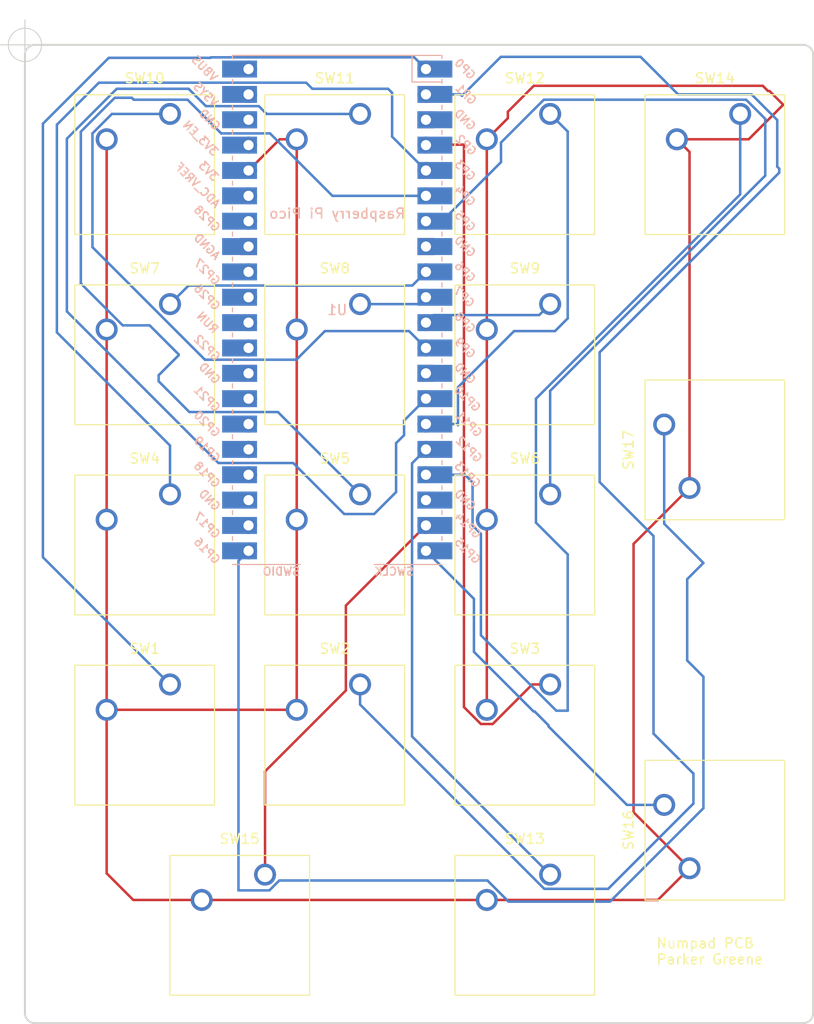
<source format=kicad_pcb>
(kicad_pcb (version 20211014) (generator pcbnew)
  (layers (0 "F.Cu" signal) (31 "B.Cu" signal) (34 "B.Paste" user) (35 "F.Paste" user) (36 "B.SilkS" user "B.Silkscreen") (37 "F.SilkS" user "F.Silkscreen") (38 "B.Mask" user) (39 "F.Mask" user) (44 "Edge.Cuts" user))
  (net 0 "")
  (net 1 "Net-(SW1-Pad1)")
  (net 2 "Net-(SW1-Pad2)")
  (net 3 "Net-(SW2-Pad2)")
  (net 4 "Net-(SW3-Pad2)")
  (net 5 "Net-(SW4-Pad2)")
  (net 6 "Net-(SW5-Pad2)")
  (net 7 "Net-(SW6-Pad2)")
  (net 8 "Net-(SW7-Pad2)")
  (net 9 "Net-(SW8-Pad2)")
  (net 10 "Net-(SW9-Pad2)")
  (net 11 "Net-(SW10-Pad2)")
  (net 12 "Net-(SW11-Pad2)")
  (net 13 "Net-(SW12-Pad2)")
  (net 14 "Net-(SW13-Pad2)")
  (net 15 "Net-(SW14-Pad2)")
  (net 16 "Net-(SW15-Pad2)")
  (net 17 "Net-(SW16-Pad2)")
  (net 18 "Net-(SW17-Pad2)")
  (footprint "CherryMX:CherryMX_1.00u" (layer "F.Cu") (at 109.2 139.1)
    (fp_text reference "SW13" (at 0 -8.6625) (layer "F.SilkS"))
    (fp_text value "CherryMX")
    (fp_line (start 7 7) (end -7 7) (layer "F.SilkS") (width 0.12))
    (fp_line (start -7 -7) (end -7 7) (layer "F.SilkS") (width 0.12))
    (fp_line (start -7 -7) (end 7 -7) (layer "F.SilkS") (width 0.12))
    (fp_line (start 7 -7) (end 7 7) (layer "F.SilkS") (width 0.12))
    (pad "" np_thru_hole circle locked (at 0 0) (size 4 4) (drill 4) (layers *.Cu *.Mask))
    (pad "1" thru_hole circle locked (at -3.81 -2.54) (size 2.2 2.2) (drill 1.5) (layers *.Cu *.Mask) (net 1 "Net-(SW1-Pad1)"))
    (pad "2" thru_hole circle locked (at 2.54 -5.08) (size 2.2 2.2) (drill 1.5) (layers *.Cu *.Mask) (net 14 "Net-(SW13-Pad2)"))
  )
  (footprint "CherryMX:CherryMX_2.00u" (layer "F.Cu") (at 128.25 91.475 90)
    (fp_text reference "SW17" (at 0 -8.6625 90) (layer "F.SilkS"))
    (fp_text value "CherryMX")
    (fp_line (start 7 7) (end -7 7) (layer "F.SilkS") (width 0.12))
    (fp_line (start 7 -7) (end 7 7) (layer "F.SilkS") (width 0.12))
    (fp_line (start -7 -7) (end 7 -7) (layer "F.SilkS") (width 0.12))
    (fp_line (start -7 -7) (end -7 7) (layer "F.SilkS") (width 0.12))
    (pad "" np_thru_hole circle locked (at 0 0 90) (size 4 4) (drill 4) (layers *.Cu *.Mask))
    (pad "1" thru_hole circle locked (at -3.81 -2.54 90) (size 2.2 2.2) (drill 1.5) (layers *.Cu *.Mask) (net 1 "Net-(SW1-Pad1)"))
    (pad "2" thru_hole circle locked (at 2.54 -5.08 90) (size 2.2 2.2) (drill 1.5) (layers *.Cu *.Mask) (net 18 "Net-(SW17-Pad2)"))
  )
  (footprint "CherryMX:CherryMX_1.00u" (layer "F.Cu") (at 90.15 62.9)
    (fp_text reference "SW11" (at 0 -8.6625) (layer "F.SilkS"))
    (fp_text value "CherryMX")
    (fp_line (start 7 7) (end -7 7) (layer "F.SilkS") (width 0.12))
    (fp_line (start 7 -7) (end 7 7) (layer "F.SilkS") (width 0.12))
    (fp_line (start -7 -7) (end 7 -7) (layer "F.SilkS") (width 0.12))
    (fp_line (start -7 -7) (end -7 7) (layer "F.SilkS") (width 0.12))
    (pad "" np_thru_hole circle locked (at 0 0) (size 4 4) (drill 4) (layers *.Cu *.Mask))
    (pad "1" thru_hole circle locked (at -3.81 -2.54) (size 2.2 2.2) (drill 1.5) (layers *.Cu *.Mask) (net 1 "Net-(SW1-Pad1)"))
    (pad "2" thru_hole circle locked (at 2.54 -5.08) (size 2.2 2.2) (drill 1.5) (layers *.Cu *.Mask) (net 12 "Net-(SW11-Pad2)"))
  )
  (footprint "CherryMX:CherryMX_1.00u" (layer "F.Cu") (at 90.15 101)
    (fp_text reference "SW5" (at 0 -8.6625) (layer "F.SilkS"))
    (fp_text value "CherryMX")
    (fp_line (start 7 7) (end -7 7) (layer "F.SilkS") (width 0.12))
    (fp_line (start -7 -7) (end -7 7) (layer "F.SilkS") (width 0.12))
    (fp_line (start 7 -7) (end 7 7) (layer "F.SilkS") (width 0.12))
    (fp_line (start -7 -7) (end 7 -7) (layer "F.SilkS") (width 0.12))
    (pad "" np_thru_hole circle locked (at 0 0) (size 4 4) (drill 4) (layers *.Cu *.Mask))
    (pad "1" thru_hole circle locked (at -3.81 -2.54) (size 2.2 2.2) (drill 1.5) (layers *.Cu *.Mask) (net 1 "Net-(SW1-Pad1)"))
    (pad "2" thru_hole circle locked (at 2.54 -5.08) (size 2.2 2.2) (drill 1.5) (layers *.Cu *.Mask) (net 6 "Net-(SW5-Pad2)"))
  )
  (footprint "CherryMX:CherryMX_1.00u" (layer "F.Cu") (at 109.2 101)
    (fp_text reference "SW6" (at 0 -8.6625) (layer "F.SilkS"))
    (fp_text value "CherryMX")
    (fp_line (start -7 -7) (end 7 -7) (layer "F.SilkS") (width 0.12))
    (fp_line (start 7 -7) (end 7 7) (layer "F.SilkS") (width 0.12))
    (fp_line (start -7 -7) (end -7 7) (layer "F.SilkS") (width 0.12))
    (fp_line (start 7 7) (end -7 7) (layer "F.SilkS") (width 0.12))
    (pad "" np_thru_hole circle locked (at 0 0) (size 4 4) (drill 4) (layers *.Cu *.Mask))
    (pad "1" thru_hole circle locked (at -3.81 -2.54) (size 2.2 2.2) (drill 1.5) (layers *.Cu *.Mask) (net 1 "Net-(SW1-Pad1)"))
    (pad "2" thru_hole circle locked (at 2.54 -5.08) (size 2.2 2.2) (drill 1.5) (layers *.Cu *.Mask) (net 7 "Net-(SW6-Pad2)"))
  )
  (footprint "CherryMX:CherryMX_1.00u" (layer "F.Cu") (at 71.1 120.05)
    (fp_text reference "SW1" (at 0 -8.6625) (layer "F.SilkS"))
    (fp_text value "CherryMX")
    (fp_line (start -7 -7) (end -7 7) (layer "F.SilkS") (width 0.12))
    (fp_line (start 7 7) (end -7 7) (layer "F.SilkS") (width 0.12))
    (fp_line (start -7 -7) (end 7 -7) (layer "F.SilkS") (width 0.12))
    (fp_line (start 7 -7) (end 7 7) (layer "F.SilkS") (width 0.12))
    (pad "" np_thru_hole circle locked (at 0 0) (size 4 4) (drill 4) (layers *.Cu *.Mask))
    (pad "1" thru_hole circle locked (at -3.81 -2.54) (size 2.2 2.2) (drill 1.5) (layers *.Cu *.Mask) (net 1 "Net-(SW1-Pad1)"))
    (pad "2" thru_hole circle locked (at 2.54 -5.08) (size 2.2 2.2) (drill 1.5) (layers *.Cu *.Mask) (net 2 "Net-(SW1-Pad2)"))
  )
  (footprint "CherryMX:CherryMX_2.00u" (layer "F.Cu") (at 80.625 139.1)
    (fp_text reference "SW15" (at 0 -8.6625) (layer "F.SilkS"))
    (fp_text value "CherryMX")
    (fp_line (start -7 -7) (end -7 7) (layer "F.SilkS") (width 0.12))
    (fp_line (start 7 7) (end -7 7) (layer "F.SilkS") (width 0.12))
    (fp_line (start -7 -7) (end 7 -7) (layer "F.SilkS") (width 0.12))
    (fp_line (start 7 -7) (end 7 7) (layer "F.SilkS") (width 0.12))
    (pad "" np_thru_hole circle locked (at 0 0) (size 4 4) (drill 4) (layers *.Cu *.Mask))
    (pad "1" thru_hole circle locked (at -3.81 -2.54) (size 2.2 2.2) (drill 1.5) (layers *.Cu *.Mask) (net 1 "Net-(SW1-Pad1)"))
    (pad "2" thru_hole circle locked (at 2.54 -5.08) (size 2.2 2.2) (drill 1.5) (layers *.Cu *.Mask) (net 16 "Net-(SW15-Pad2)"))
  )
  (footprint "CherryMX:CherryMX_1.00u" (layer "F.Cu") (at 109.2 81.95)
    (fp_text reference "SW9" (at 0 -8.6625) (layer "F.SilkS"))
    (fp_text value "CherryMX")
    (fp_line (start -7 -7) (end -7 7) (layer "F.SilkS") (width 0.12))
    (fp_line (start -7 -7) (end 7 -7) (layer "F.SilkS") (width 0.12))
    (fp_line (start 7 -7) (end 7 7) (layer "F.SilkS") (width 0.12))
    (fp_line (start 7 7) (end -7 7) (layer "F.SilkS") (width 0.12))
    (pad "" np_thru_hole circle locked (at 0 0) (size 4 4) (drill 4) (layers *.Cu *.Mask))
    (pad "1" thru_hole circle locked (at -3.81 -2.54) (size 2.2 2.2) (drill 1.5) (layers *.Cu *.Mask) (net 1 "Net-(SW1-Pad1)"))
    (pad "2" thru_hole circle locked (at 2.54 -5.08) (size 2.2 2.2) (drill 1.5) (layers *.Cu *.Mask) (net 10 "Net-(SW9-Pad2)"))
  )
  (footprint "CherryMX:CherryMX_2.00u" (layer "F.Cu") (at 128.25 129.575 90)
    (fp_text reference "SW16" (at 0 -8.6625 90) (layer "F.SilkS"))
    (fp_text value "CherryMX")
    (fp_line (start 7 -7) (end 7 7) (layer "F.SilkS") (width 0.12))
    (fp_line (start -7 -7) (end 7 -7) (layer "F.SilkS") (width 0.12))
    (fp_line (start 7 7) (end -7 7) (layer "F.SilkS") (width 0.12))
    (fp_line (start -7 -7) (end -7 7) (layer "F.SilkS") (width 0.12))
    (pad "" np_thru_hole circle locked (at 0 0 90) (size 4 4) (drill 4) (layers *.Cu *.Mask))
    (pad "1" thru_hole circle locked (at -3.81 -2.54 90) (size 2.2 2.2) (drill 1.5) (layers *.Cu *.Mask) (net 1 "Net-(SW1-Pad1)"))
    (pad "2" thru_hole circle locked (at 2.54 -5.08 90) (size 2.2 2.2) (drill 1.5) (layers *.Cu *.Mask) (net 17 "Net-(SW16-Pad2)"))
  )
  (footprint "CherryMX:CherryMX_1.00u" (layer "F.Cu") (at 71.1 62.9)
    (fp_text reference "SW10" (at 0 -8.6625) (layer "F.SilkS"))
    (fp_text value "CherryMX")
    (fp_line (start 7 -7) (end 7 7) (layer "F.SilkS") (width 0.12))
    (fp_line (start -7 -7) (end -7 7) (layer "F.SilkS") (width 0.12))
    (fp_line (start -7 -7) (end 7 -7) (layer "F.SilkS") (width 0.12))
    (fp_line (start 7 7) (end -7 7) (layer "F.SilkS") (width 0.12))
    (pad "" np_thru_hole circle locked (at 0 0) (size 4 4) (drill 4) (layers *.Cu *.Mask))
    (pad "1" thru_hole circle locked (at -3.81 -2.54) (size 2.2 2.2) (drill 1.5) (layers *.Cu *.Mask) (net 1 "Net-(SW1-Pad1)"))
    (pad "2" thru_hole circle locked (at 2.54 -5.08) (size 2.2 2.2) (drill 1.5) (layers *.Cu *.Mask) (net 11 "Net-(SW10-Pad2)"))
  )
  (footprint "CherryMX:CherryMX_1.00u" (layer "F.Cu") (at 128.25 62.9)
    (fp_text reference "SW14" (at 0 -8.6625) (layer "F.SilkS"))
    (fp_text value "CherryMX")
    (fp_line (start -7 -7) (end -7 7) (layer "F.SilkS") (width 0.12))
    (fp_line (start -7 -7) (end 7 -7) (layer "F.SilkS") (width 0.12))
    (fp_line (start 7 7) (end -7 7) (layer "F.SilkS") (width 0.12))
    (fp_line (start 7 -7) (end 7 7) (layer "F.SilkS") (width 0.12))
    (pad "" np_thru_hole circle locked (at 0 0) (size 4 4) (drill 4) (layers *.Cu *.Mask))
    (pad "1" thru_hole circle locked (at -3.81 -2.54) (size 2.2 2.2) (drill 1.5) (layers *.Cu *.Mask) (net 1 "Net-(SW1-Pad1)"))
    (pad "2" thru_hole circle locked (at 2.54 -5.08) (size 2.2 2.2) (drill 1.5) (layers *.Cu *.Mask) (net 15 "Net-(SW14-Pad2)"))
  )
  (footprint "CherryMX:CherryMX_1.00u" (layer "F.Cu") (at 90.15 81.95)
    (fp_text reference "SW8" (at 0 -8.6625) (layer "F.SilkS"))
    (fp_text value "CherryMX")
    (fp_line (start -7 -7) (end 7 -7) (layer "F.SilkS") (width 0.12))
    (fp_line (start -7 -7) (end -7 7) (layer "F.SilkS") (width 0.12))
    (fp_line (start 7 7) (end -7 7) (layer "F.SilkS") (width 0.12))
    (fp_line (start 7 -7) (end 7 7) (layer "F.SilkS") (width 0.12))
    (pad "" np_thru_hole circle locked (at 0 0) (size 4 4) (drill 4) (layers *.Cu *.Mask))
    (pad "1" thru_hole circle locked (at -3.81 -2.54) (size 2.2 2.2) (drill 1.5) (layers *.Cu *.Mask) (net 1 "Net-(SW1-Pad1)"))
    (pad "2" thru_hole circle locked (at 2.54 -5.08) (size 2.2 2.2) (drill 1.5) (layers *.Cu *.Mask) (net 9 "Net-(SW8-Pad2)"))
  )
  (footprint "MountingHole:MountingHole_2.5mm" (layer "F.Cu") (at 129.1 78.9)
    (fp_text reference "REF**" hide)
    (fp_text value "MountingHole_2.5mm")
    (pad "" np_thru_hole circle (at 0 0) (size 2.5 2.5) (drill 2.5) (layers F&B.Cu *.Mask))
  )
  (footprint "CherryMX:CherryMX_1.00u" (layer "F.Cu") (at 109.2 62.9)
    (fp_text reference "SW12" (at 0 -8.6625) (layer "F.SilkS"))
    (fp_text value "CherryMX")
    (fp_line (start -7 -7) (end -7 7) (layer "F.SilkS") (width 0.12))
    (fp_line (start 7 -7) (end 7 7) (layer "F.SilkS") (width 0.12))
    (fp_line (start -7 -7) (end 7 -7) (layer "F.SilkS") (width 0.12))
    (fp_line (start 7 7) (end -7 7) (layer "F.SilkS") (width 0.12))
    (pad "" np_thru_hole circle locked (at 0 0) (size 4 4) (drill 4) (layers *.Cu *.Mask))
    (pad "1" thru_hole circle locked (at -3.81 -2.54) (size 2.2 2.2) (drill 1.5) (layers *.Cu *.Mask) (net 1 "Net-(SW1-Pad1)"))
    (pad "2" thru_hole circle locked (at 2.54 -5.08) (size 2.2 2.2) (drill 1.5) (layers *.Cu *.Mask) (net 13 "Net-(SW12-Pad2)"))
  )
  (footprint "CherryMX:CherryMX_1.00u" (layer "F.Cu") (at 71.1 101)
    (fp_text reference "SW4" (at 0 -8.6625) (layer "F.SilkS"))
    (fp_text value "CherryMX")
    (fp_line (start 7 -7) (end 7 7) (layer "F.SilkS") (width 0.12))
    (fp_line (start 7 7) (end -7 7) (layer "F.SilkS") (width 0.12))
    (fp_line (start -7 -7) (end -7 7) (layer "F.SilkS") (width 0.12))
    (fp_line (start -7 -7) (end 7 -7) (layer "F.SilkS") (width 0.12))
    (pad "" np_thru_hole circle locked (at 0 0) (size 4 4) (drill 4) (layers *.Cu *.Mask))
    (pad "1" thru_hole circle locked (at -3.81 -2.54) (size 2.2 2.2) (drill 1.5) (layers *.Cu *.Mask) (net 1 "Net-(SW1-Pad1)"))
    (pad "2" thru_hole circle locked (at 2.54 -5.08) (size 2.2 2.2) (drill 1.5) (layers *.Cu *.Mask) (net 5 "Net-(SW4-Pad2)"))
  )
  (footprint "CherryMX:CherryMX_1.00u" (layer "F.Cu") (at 109.2 120.05)
    (fp_text reference "SW3" (at 0 -8.6625) (layer "F.SilkS"))
    (fp_text value "CherryMX")
    (fp_line (start -7 -7) (end -7 7) (layer "F.SilkS") (width 0.12))
    (fp_line (start 7 7) (end -7 7) (layer "F.SilkS") (width 0.12))
    (fp_line (start 7 -7) (end 7 7) (layer "F.SilkS") (width 0.12))
    (fp_line (start -7 -7) (end 7 -7) (layer "F.SilkS") (width 0.12))
    (pad "" np_thru_hole circle locked (at 0 0) (size 4 4) (drill 4) (layers *.Cu *.Mask))
    (pad "1" thru_hole circle locked (at -3.81 -2.54) (size 2.2 2.2) (drill 1.5) (layers *.Cu *.Mask) (net 1 "Net-(SW1-Pad1)"))
    (pad "2" thru_hole circle locked (at 2.54 -5.08) (size 2.2 2.2) (drill 1.5) (layers *.Cu *.Mask) (net 4 "Net-(SW3-Pad2)"))
  )
  (footprint "MountingHole:MountingHole_2.5mm" (layer "F.Cu") (at 67.1 139.9)
    (fp_text reference "REF**" hide)
    (fp_text value "MountingHole_2.5mm")
    (pad "" np_thru_hole circle (at 0 0) (size 2.5 2.5) (drill 2.5) (layers *.Cu *.Mask))
  )
  (footprint "MountingHole:MountingHole_2.5mm" (layer "F.Cu") (at 129.1 109.9)
    (fp_text reference "REF**" hide)
    (fp_text value "MountingHole_2.5mm")
    (pad "" np_thru_hole circle (at 0 0) (size 2.5 2.5) (drill 2.5) (layers *.Cu *.Mask))
  )
  (footprint "CherryMX:CherryMX_1.00u" (layer "F.Cu") (at 90.15 120.05)
    (fp_text reference "SW2" (at 0 -8.6625) (layer "F.SilkS"))
    (fp_text value "CherryMX")
    (fp_line (start 7 -7) (end 7 7) (layer "F.SilkS") (width 0.12))
    (fp_line (start 7 7) (end -7 7) (layer "F.SilkS") (width 0.12))
    (fp_line (start -7 -7) (end 7 -7) (layer "F.SilkS") (width 0.12))
    (fp_line (start -7 -7) (end -7 7) (layer "F.SilkS") (width 0.12))
    (pad "" np_thru_hole circle locked (at 0 0) (size 4 4) (drill 4) (layers *.Cu *.Mask))
    (pad "1" thru_hole circle locked (at -3.81 -2.54) (size 2.2 2.2) (drill 1.5) (layers *.Cu *.Mask) (net 1 "Net-(SW1-Pad1)"))
    (pad "2" thru_hole circle locked (at 2.54 -5.08) (size 2.2 2.2) (drill 1.5) (layers *.Cu *.Mask) (net 3 "Net-(SW2-Pad2)"))
  )
  (footprint "CherryMX:CherryMX_1.00u" (layer "F.Cu") (at 71.1 81.95)
    (fp_text reference "SW7" (at 0 -8.6625) (layer "F.SilkS"))
    (fp_text value "CherryMX")
    (fp_line (start 7 7) (end -7 7) (layer "F.SilkS") (width 0.12))
    (fp_line (start -7 -7) (end -7 7) (layer "F.SilkS") (width 0.12))
    (fp_line (start 7 -7) (end 7 7) (layer "F.SilkS") (width 0.12))
    (fp_line (start -7 -7) (end 7 -7) (layer "F.SilkS") (width 0.12))
    (pad "" np_thru_hole circle locked (at 0 0) (size 4 4) (drill 4) (layers *.Cu *.Mask))
    (pad "1" thru_hole circle locked (at -3.81 -2.54) (size 2.2 2.2) (drill 1.5) (layers *.Cu *.Mask) (net 1 "Net-(SW1-Pad1)"))
    (pad "2" thru_hole circle locked (at 2.54 -5.08) (size 2.2 2.2) (drill 1.5) (layers *.Cu *.Mask) (net 8 "Net-(SW7-Pad2)"))
  )
  (footprint "MCU_RaspberryPi_and_Boards:RPi_Pico_SMD_TH" (layer "B.Cu") (at 90.4 77.455 180)
    (fp_text reference "U1" (at 0 0) (layer "B.SilkS") (effects (justify mirror)))
    (fp_text value "Pico")
    (fp_text user "RUN" (at 13 -1.27 135) (layer "B.SilkS") (effects (font (size 0.8 0.8)) (justify mirror)))
    (fp_text user "GP9" (at -12.8 -3.81 135) (layer "B.SilkS") (effects (font (size 0.8 0.8)) (justify mirror)))
    (fp_text user "GP2" (at -12.9 16.51 135) (layer "B.SilkS") (effects (font (size 0.8 0.8)) (justify mirror)))
    (fp_text user "GP21" (at 13.054 -8.9 135) (layer "B.SilkS") (effects (font (size 0.8 0.8)) (justify mirror)))
    (fp_text user "GP1" (at -12.9 21.6 135) (layer "B.SilkS") (effects (font (size 0.8 0.8)) (justify mirror)))
    (fp_text user "GND" (at -12.8 -6.35 135) (layer "B.SilkS") (effects (font (size 0.8 0.8)) (justify mirror)))
    (fp_text user "GP16" (at 13.054 -24.13 135) (layer "B.SilkS") (effects (font (size 0.8 0.8)) (justify mirror)))
    (fp_text user "GP19" (at 13.054 -13.97 135) (layer "B.SilkS") (effects (font (size 0.8 0.8)) (justify mirror)))
    (fp_text user "GND" (at 12.8 -19.05 135) (layer "B.SilkS") (effects (font (size 0.8 0.8)) (justify mirror)))
    (fp_text user "GP0" (at -12.8 24.13 135) (layer "B.SilkS") (effects (font (size 0.8 0.8)) (justify mirror)))
    (fp_text user "GND" (at 12.8 19.05 135) (layer "B.SilkS") (effects (font (size 0.8 0.8)) (justify mirror)))
    (fp_text user "GP27" (at 13.054 3.8 135) (layer "B.SilkS") (effects (font (size 0.8 0.8)) (justify mirror)))
    (fp_text user "GP18" (at 13.054 -16.51 135) (layer "B.SilkS") (effects (font (size 0.8 0.8)) (justify mirror)))
    (fp_text user "VBUS" (at 13.3 24.2 135) (layer "B.SilkS") (effects (font (size 0.8 0.8)) (justify mirror)))
    (fp_text user "GP22" (at 13.054 -3.81 135) (layer "B.SilkS") (effects (font (size 0.8 0.8)) (justify mirror)))
    (fp_text user "GP7" (at -12.7 1.3 135) (layer "B.SilkS") (effects (font (size 0.8 0.8)) (justify mirror)))
    (fp_text user "GP3" (at -12.8 13.97 135) (layer "B.SilkS") (effects (font (size 0.8 0.8)) (justify mirror)))
    (fp_text user "GND" (at -12.8 -19.05 135) (layer "B.SilkS") (effects (font (size 0.8 0.8)) (justify mirror)))
    (fp_text user "GP12" (at -13.2 -13.97 135) (layer "B.SilkS") (effects (font (size 0.8 0.8)) (justify mirror)))
    (fp_text user "GP11" (at -13.2 -11.43 135) (layer "B.SilkS") (effects (font (size 0.8 0.8)) (justify mirror)))
    (fp_text user "GP28" (at 13.054 9.144 135) (layer "B.SilkS") (effects (font (size 0.8 0.8)) (justify mirror)))
    (fp_text user "GP13" (at -13.054 -16.51 135) (layer "B.SilkS") (effects (font (size 0.8 0.8)) (justify mirror)))
    (fp_text user "GP15" (at -13.054 -24.13 135) (layer "B.SilkS") (effects (font (size 0.8 0.8)) (justify mirror)))
    (fp_text user "VSYS" (at 13.2 21.59 135) (layer "B.SilkS") (effects (font (size 0.8 0.8)) (justify mirror)))
    (fp_text user "GP17" (at 13.054 -21.59 135) (layer "B.SilkS") (effects (font (size 0.8 0.8)) (justify mirror)))
    (fp_text user "GND" (at 12.8 -6.35 135) (layer "B.SilkS") (effects (font (size 0.8 0.8)) (justify mirror)))
    (fp_text user "GP26" (at 13.054 1.27 135) (layer "B.SilkS") (effects (font (size 0.8 0.8)) (justify mirror)))
    (fp_text user "GP8" (at -12.8 -1.27 135) (layer "B.SilkS") (effects (font (size 0.8 0.8)) (justify mirror)))
    (fp_text user "GND" (at -12.8 19.05 135) (layer "B.SilkS") (effects (font (size 0.8 0.8)) (justify mirror)))
    (fp_text user "3V3" (at 12.9 13.9 135) (layer "B.SilkS") (effects (font (size 0.8 0.8)) (justify mirror)))
    (fp_text user "AGND" (at 13.054 6.35 135) (layer "B.SilkS") (effects (font (size 0.8 0.8)) (justify mirror)))
    (fp_text user "SWDIO" (at 5.6 -26.2) (layer "B.SilkS") (effects (font (size 0.8 0.8)) (justify mirror)))
    (fp_text user "GP14" (at -13.1 -21.59 135) (layer "B.SilkS") (effects (font (size 0.8 0.8)) (justify mirror)))
    (fp_text user "GND" (at -12.8 6.35 135) (layer "B.SilkS") (effects (font (size 0.8 0.8)) (justify mirror)))
    (fp_text user "GP6" (at -12.8 3.81 135) (layer "B.SilkS") (effects (font (size 0.8 0.8)) (justify mirror)))
    (fp_text user "GP20" (at 13.054 -11.43 135) (layer "B.SilkS") (effects (font (size 0.8 0.8)) (justify mirror)))
    (fp_text user "3V3_EN" (at 13.7 17.2 135) (layer "B.SilkS") (effects (font (size 0.8 0.8)) (justify mirror)))
    (fp_text user "SWCLK" (at -5.7 -26.2) (layer "B.SilkS") (effects (font (size 0.8 0.8)) (justify mirror)))
    (fp_text user "GP5" (at -12.8 8.89 135) (layer "B.SilkS") (effects (font (size 0.8 0.8)) (justify mirror)))
    (fp_text user "GP10" (at -13.054 -8.89 135) (layer "B.SilkS") (effects (font (size 0.8 0.8)) (justify mirror)))
    (fp_text user "GP4" (at -12.8 11.43 135) (layer "B.SilkS") (effects (font (size 0.8 0.8)) (justify mirror)))
    (fp_text user "ADC_VREF" (at 14 12.5 135) (layer "B.SilkS") (effects (font (size 0.8 0.8)) (justify mirror)))
    (fp_line (start 10.5 2.7) (end 10.5 2.3) (layer "B.SilkS") (width 0.12))
    (fp_line (start -10.5 -10) (end -10.5 -10.4) (layer "B.SilkS") (width 0.12))
    (fp_line (start -10.5 25.5) (end 10.5 25.5) (layer "B.SilkS") (width 0.12))
    (fp_line (start -10.5 -15.1) (end -10.5 -15.5) (layer "B.SilkS") (width 0.12))
    (fp_line (start 10.5 -17.6) (end 10.5 -18) (layer "B.SilkS") (width 0.12))
    (fp_line (start -10.5 18) (end -10.5 17.6) (layer "B.SilkS") (width 0.12))
    (fp_line (start -10.5 -2.3) (end -10.5 -2.7) (layer "B.SilkS") (width 0.12))
    (fp_line (start -10.5 -12.5) (end -10.5 -12.9) (layer "B.SilkS") (width 0.12))
    (fp_line (start -10.5 -17.6) (end -10.5 -18) (layer "B.SilkS") (width 0.12))
    (fp_line (start 10.5 15.4) (end 10.5 15) (layer "B.SilkS") (width 0.12))
    (fp_line (start 10.5 10.4) (end 10.5 10) (layer "B.SilkS") (width 0.12))
    (fp_line (start -10.5 -22.7) (end -10.5 -23.1) (layer "B.SilkS") (width 0.12))
    (fp_line (start -10.5 0.2) (end -10.5 -0.2) (layer "B.SilkS") (width 0.12))
    (fp_line (start -10.5 -7.4) (end -10.5 -7.8) (layer "B.SilkS") (width 0.12))
    (fp_line (start -10.5 15.4) (end -10.5 15) (layer "B.SilkS") (width 0.12))
    (fp_line (start 10.5 -22.7) (end 10.5 -23.1) (layer "B.SilkS") (width 0.12))
    (fp_line (start -10.5 22.833) (end -7.493 22.833) (layer "B.SilkS") (width 0.12))
    (fp_line (start 10.5 7.8) (end 10.5 7.4) (layer "B.SilkS") (width 0.12))
    (fp_line (start 10.5 25.5) (end 10.5 25.2) (layer "B.SilkS") (width 0.12))
    (fp_line (start 10.5 20.5) (end 10.5 20.1) (layer "B.SilkS") (width 0.12))
    (fp_line (start -10.5 -4.9) (end -10.5 -5.3) (layer "B.SilkS") (width 0.12))
    (fp_line (start 10.5 -4.9) (end 10.5 -5.3) (layer "B.SilkS") (width 0.12))
    (fp_line (start 10.5 -25.5) (end 3.7 -25.5) (layer "B.SilkS") (width 0.12))
    (fp_line (start -10.5 2.7) (end -10.5 2.3) (layer "B.SilkS") (width 0.12))
    (fp_line (start 10.5 -20.1) (end 10.5 -20.5) (layer "B.SilkS") (width 0.12))
    (fp_line (start -10.5 20.5) (end -10.5 20.1) (layer "B.SilkS") (width 0.12))
    (fp_line (start 10.5 -12.5) (end 10.5 -12.9) (layer "B.SilkS") (width 0.12))
    (fp_line (start 10.5 0.2) (end 10.5 -0.2) (layer "B.SilkS") (width 0.12))
    (fp_line (start -10.5 23.1) (end -10.5 22.7) (layer "B.SilkS") (width 0.12))
    (fp_line (start 10.5 12.9) (end 10.5 12.5) (layer "B.SilkS") (width 0.12))
    (fp_line (start 10.5 -15.1) (end 10.5 -15.5) (layer "B.SilkS") (width 0.12))
    (fp_line (start -10.5 5.3) (end -10.5 4.9) (layer "B.SilkS") (width 0.12))
    (fp_line (start 10.5 -2.3) (end 10.5 -2.7) (layer "B.SilkS") (width 0.12))
    (fp_line (start 10.5 5.3) (end 10.5 4.9) (layer "B.SilkS") (width 0.12))
    (fp_line (start 10.5 -7.4) (end 10.5 -7.8) (layer "B.SilkS") (width 0.12))
    (fp_line (start 10.5 -10) (end 10.5 -10.4) (layer "B.SilkS") (width 0.12))
    (fp_line (start -3.7 -25.5) (end -10.5 -25.5) (layer "B.SilkS") (width 0.12))
    (fp_line (start -10.5 25.5) (end -10.5 25.2) (layer "B.SilkS") (width 0.12))
    (fp_line (start -10.5 10.4) (end -10.5 10) (layer "B.SilkS") (width 0.12))
    (fp_line (start 10.5 18) (end 10.5 17.6) (layer "B.SilkS") (width 0.12))
    (fp_line (start -7.493 22.833) (end -7.493 25.5) (layer "B.SilkS") (width 0.12))
    (fp_line (start -10.5 -20.1) (end -10.5 -20.5) (layer "B.SilkS") (width 0.12))
    (fp_line (start -10.5 12.9) (end -10.5 12.5) (layer "B.SilkS") (width 0.12))
    (fp_line (start -10.5 7.8) (end -10.5 7.4) (layer "B.SilkS") (width 0.12))
    (fp_line (start 10.5 23.1) (end 10.5 22.7) (layer "B.SilkS") (width 0.12))
    (pad "1" smd rect (at -8.89 24.13 180) (size 3.5 1.7) (drill (offset -0.9 0)) (layers "B.Cu" "B.Mask") (net 2 "Net-(SW1-Pad2)"))
    (pad "1" thru_hole oval (at -8.89 24.13 180) (size 1.7 1.7) (drill 1.02) (layers *.Cu *.Mask) (net 2 "Net-(SW1-Pad2)"))
    (pad "2" thru_hole oval (at -8.89 21.59 180) (size 1.7 1.7) (drill 1.02) (layers *.Cu *.Mask) (net 3 "Net-(SW2-Pad2)"))
    (pad "2" smd rect (at -8.89 21.59 180) (size 3.5 1.7) (drill (offset -0.9 0)) (layers "B.Cu" "B.Mask") (net 3 "Net-(SW2-Pad2)"))
    (pad "3" smd rect (at -8.89 19.05 180) (size 3.5 1.7) (drill (offset -0.9 0)) (layers "B.Cu" "B.Mask"))
    (pad "3" thru_hole rect (at -8.89 19.05 180) (size 1.7 1.7) (drill 1.02) (layers *.Cu *.Mask))
    (pad "4" thru_hole oval (at -8.89 16.51 180) (size 1.7 1.7) (drill 1.02) (layers *.Cu *.Mask) (net 4 "Net-(SW3-Pad2)"))
    (pad "4" smd rect (at -8.89 16.51 180) (size 3.5 1.7) (drill (offset -0.9 0)) (layers "B.Cu" "B.Mask") (net 4 "Net-(SW3-Pad2)"))
    (pad "5" smd rect (at -8.89 13.97 180) (size 3.5 1.7) (drill (offset -0.9 0)) (layers "B.Cu" "B.Mask") (net 5 "Net-(SW4-Pad2)"))
    (pad "5" thru_hole oval (at -8.89 13.97 180) (size 1.7 1.7) (drill 1.02) (layers *.Cu *.Mask) (net 5 "Net-(SW4-Pad2)"))
    (pad "6" thru_hole oval (at -8.89 11.43 180) (size 1.7 1.7) (drill 1.02) (layers *.Cu *.Mask) (net 6 "Net-(SW5-Pad2)"))
    (pad "6" smd rect (at -8.89 11.43 180) (size 3.5 1.7) (drill (offset -0.9 0)) (layers "B.Cu" "B.Mask") (net 6 "Net-(SW5-Pad2)"))
    (pad "7" thru_hole oval (at -8.89 8.89 180) (size 1.7 1.7) (drill 1.02) (layers *.Cu *.Mask) (net 7 "Net-(SW6-Pad2)"))
    (pad "7" smd rect (at -8.89 8.89 180) (size 3.5 1.7) (drill (offset -0.9 0)) (layers "B.Cu" "B.Mask") (net 7 "Net-(SW6-Pad2)"))
    (pad "8" smd rect (at -8.89 6.35 180) (size 3.5 1.7) (drill (offset -0.9 0)) (layers "B.Cu" "B.Mask"))
    (pad "8" thru_hole rect (at -8.89 6.35 180) (size 1.7 1.7) (drill 1.02) (layers *.Cu *.Mask))
    (pad "9" smd rect (at -8.89 3.81 180) (size 3.5 1.7) (drill (offset -0.9 0)) (layers "B.Cu" "B.Mask") (net 8 "Net-(SW7-Pad2)"))
    (pad "9" thru_hole oval (at -8.89 3.81 180) (size 1.7 1.7) (drill 1.02) (layers *.Cu *.Mask) (net 8 "Net-(SW7-Pad2)"))
    (pad "10" thru_hole oval (at -8.89 1.27 180) (size 1.7 1.7) (drill 1.02) (layers *.Cu *.Mask) (net 9 "Net-(SW8-Pad2)"))
    (pad "10" smd rect (at -8.89 1.27 180) (size 3.5 1.7) (drill (offset -0.9 0)) (layers "B.Cu" "B.Mask") (net 9 "Net-(SW8-Pad2)"))
    (pad "11" smd rect (at -8.89 -1.27 180) (size 3.5 1.7) (drill (offset -0.9 0)) (layers "B.Cu" "B.Mask") (net 10 "Net-(SW9-Pad2)"))
    (pad "11" thru_hole oval (at -8.89 -1.27 180) (size 1.7 1.7) (drill 1.02) (layers *.Cu *.Mask) (net 10 "Net-(SW9-Pad2)"))
    (pad "12" thru_hole oval (at -8.89 -3.81 180) (size 1.7 1.7) (drill 1.02) (layers *.Cu *.Mask) (net 11 "Net-(SW10-Pad2)"))
    (pad "12" smd rect (at -8.89 -3.81 180) (size 3.5 1.7) (drill (offset -0.9 0)) (layers "B.Cu" "B.Mask") (net 11 "Net-(SW10-Pad2)"))
    (pad "13" thru_hole rect (at -8.89 -6.35 180) (size 1.7 1.7) (drill 1.02) (layers *.Cu *.Mask))
    (pad "13" smd rect (at -8.89 -6.35 180) (size 3.5 1.7) (drill (offset -0.9 0)) (layers "B.Cu" "B.Mask"))
    (pad "14" thru_hole oval (at -8.89 -8.89 180) (size 1.7 1.7) (drill 1.02) (layers *.Cu *.Mask) (net 12 "Net-(SW11-Pad2)"))
    (pad "14" smd rect (at -8.89 -8.89 180) (size 3.5 1.7) (drill (offset -0.9 0)) (layers "B.Cu" "B.Mask") (net 12 "Net-(SW11-Pad2)"))
    (pad "15" thru_hole oval (at -8.89 -11.43 180) (size 1.7 1.7) (drill 1.02) (layers *.Cu *.Mask) (net 13 "Net-(SW12-Pad2)"))
    (pad "15" smd rect (at -8.89 -11.43 180) (size 3.5 1.7) (drill (offset -0.9 0)) (layers "B.Cu" "B.Mask") (net 13 "Net-(SW12-Pad2)"))
    (pad "16" smd rect (at -8.89 -13.97 180) (size 3.5 1.7) (drill (offset -0.9 0)) (layers "B.Cu" "B.Mask") (net 14 "Net-(SW13-Pad2)"))
    (pad "16" thru_hole oval (at -8.89 -13.97 180) (size 1.7 1.7) (drill 1.02) (layers *.Cu *.Mask) (net 14 "Net-(SW13-Pad2)"))
    (pad "17" thru_hole oval (at -8.89 -16.51 180) (size 1.7 1.7) (drill 1.02) (layers *.Cu *.Mask) (net 15 "Net-(SW14-Pad2)"))
    (pad "17" smd rect (at -8.89 -16.51 180) (size 3.5 1.7) (drill (offset -0.9 0)) (layers "B.Cu" "B.Mask") (net 15 "Net-(SW14-Pad2)"))
    (pad "18" thru_hole rect (at -8.89 -19.05 180) (size 1.7 1.7) (drill 1.02) (layers *.Cu *.Mask))
    (pad "18" smd rect (at -8.89 -19.05 180) (size 3.5 1.7) (drill (offset -0.9 0)) (layers "B.Cu" "B.Mask"))
    (pad "19" thru_hole oval (at -8.89 -21.59 180) (size 1.7 1.7) (drill 1.02) (layers *.Cu *.Mask) (net 16 "Net-(SW15-Pad2)"))
    (pad "19" smd rect (at -8.89 -21.59 180) (size 3.5 1.7) (drill (offset -0.9 0)) (layers "B.Cu" "B.Mask") (net 16 "Net-(SW15-Pad2)"))
    (pad "20" smd rect (at -8.89 -24.13 180) (size 3.5 1.7) (drill (offset -0.9 0)) (layers "B.Cu" "B.Mask") (net 17 "Net-(SW16-Pad2)"))
    (pad "20" thru_hole oval (at -8.89 -24.13 180) (size 1.7 1.7) (drill 1.02) (layers *.Cu *.Mask) (net 17 "Net-(SW16-Pad2)"))
    (pad "21" smd rect (at 8.89 -24.13 180) (size 3.5 1.7) (drill (offset 0.9 0)) (layers "B.Cu" "B.Mask") (net 18 "Net-(SW17-Pad2)"))
    (pad "21" thru_hole oval (at 8.89 -24.13 180) (size 1.7 1.7) (drill 1.02) (layers *.Cu *.Mask) (net 18 "Net-(SW17-Pad2)"))
    (pad "22" smd rect (at 8.89 -21.59 180) (size 3.5 1.7) (drill (offset 0.9 0)) (layers "B.Cu" "B.Mask"))
    (pad "22" thru_hole oval (at 8.89 -21.59 180) (size 1.7 1.7) (drill 1.02) (layers *.Cu *.Mask))
    (pad "23" smd rect (at 8.89 -19.05 180) (size 3.5 1.7) (drill (offset 0.9 0)) (layers "B.Cu" "B.Mask"))
    (pad "23" thru_hole rect (at 8.89 -19.05 180) (size 1.7 1.7) (drill 1.02) (layers *.Cu *.Mask))
    (pad "24" smd rect (at 8.89 -16.51 180) (size 3.5 1.7) (drill (offset 0.9 0)) (layers "B.Cu" "B.Mask"))
    (pad "24" thru_hole oval (at 8.89 -16.51 180) (size 1.7 1.7) (drill 1.02) (layers *.Cu *.Mask))
    (pad "25" smd rect (at 8.89 -13.97 180) (size 3.5 1.7) (drill (offset 0.9 0)) (layers "B.Cu" "B.Mask"))
    (pad "25" thru_hole oval (at 8.89 -13.97 180) (size 1.7 1.7) (drill 1.02) (layers *.Cu *.Mask))
    (pad "26" smd rect (at 8.89 -11.43 180) (size 3.5 1.7) (drill (offset 0.9 0)) (layers "B.Cu" "B.Mask"))
    (pad "26" thru_hole oval (at 8.89 -11.43 180) (size 1.7 1.7) (drill 1.02) (layers *.Cu *.Mask))
    (pad "27" thru_hole oval (at 8.89 -8.89 180) (size 1.7 1.7) (drill 1.02) (layers *.Cu *.Mask))
    (pad "27" smd rect (at 8.89 -8.89 180) (size 3.5 1.7) (drill (offset 0.9 0)) (layers "B.Cu" "B.Mask"))
    (pad "28" thru_hole rect (at 8.89 -6.35 180) (size 1.7 1.7) (drill 1.02) (layers *.Cu *.Mask))
    (pad "28" smd rect (at 8.89 -6.35 180) (size 3.5 1.7) (drill (offset 0.9 0)) (layers "B.Cu" "B.Mask"))
    (pad "29" thru_hole oval (at 8.89 -3.81 180) (size 1.7 1.7) (drill 1.02) (layers *.Cu *.Mask))
    (pad "29" smd rect (at 8.89 -3.81 180) (size 3.5 1.7) (drill (offset 0.9 0)) (layers "B.Cu" "B.Mask"))
    (pad "30" thru_hole oval (at 8.89 -1.27 180) (size 1.7 1.7) (drill 1.02) (layers *.Cu *.Mask))
    (pad "30" smd rect (at 8.89 -1.27 180) (size 3.5 1.7) (drill (offset 0.9 0)) (layers "B.Cu" "B.Mask"))
    (pad "31" smd rect (at 8.89 1.27 180) (size 3.5 1.7) (drill (offset 0.9 0)) (layers "B.Cu" "B.Mask"))
    (pad "31" thru_hole oval (at 8.89 1.27 180) (size 1.7 1.7) (drill 1.02) (layers *.Cu *.Mask))
    (pad "32" thru_hole oval (at 8.89 3.81 180) (size 1.7 1.7) (drill 1.02) (layers *.Cu *.Mask))
    (pad "32" smd rect (at 8.89 3.81 180) (size 3.5 1.7) (drill (offset 0.9 0)) (layers "B.Cu" "B.Mask"))
    (pad "33" smd rect (at 8.89 6.35 180) (size 3.5 1.7) (drill (offset 0.9 0)) (layers "B.Cu" "B.Mask"))
    (pad "33" thru_hole rect (at 8.89 6.35 180) (size 1.7 1.7) (drill 1.02) (layers *.Cu *.Mask))
    (pad "34" smd rect (at 8.89 8.89 180) (size 3.5 1.7) (drill (offset 0.9 0)) (layers "B.Cu" "B.Mask"))
    (pad "34" thru_hole oval (at 8.89 8.89 180) (size 1.7 1.7) (drill 1.02) (layers *.Cu *.Mask))
    (pad "35" thru_hole oval (at 8.89 11.43 180) (size 1.7 1.7) (drill 1.02) (layers *.Cu *.Mask))
    (pad "35" smd rect (at 8.89 11.43 180) (size 3.5 1.7) (drill (offset 0.9 0)) (layers "B.Cu" "B.Mask"))
    (pad "36" smd rect (at 8.89 13.97 180) (size 3.5 1.7) (drill (offset 0.9 0)) (layers "B.Cu" "B.Mask") (net 1 "Net-(SW1-Pad1)"))
    (pad "36" thru_hole oval (at 8.89 13.97 180) (size 1.7 1.7) (drill 1.02) (layers *.Cu *.Mask) (net 1 "Net-(SW1-Pad1)"))
    (pad "37" smd rect (at 8.89 16.51 180) (size 3.5 1.7) (drill (offset 0.9 0)) (layers "B.Cu" "B.Mask"))
    (pad "37" thru_hole oval (at 8.89 16.51 180) (size 1.7 1.7) (drill 1.02) (layers *.Cu *.Mask))
    (pad "38" smd rect (at 8.89 19.05 180) (size 3.5 1.7) (drill (offset 0.9 0)) (layers "B.Cu" "B.Mask"))
    (pad "38" thru_hole rect (at 8.89 19.05 180) (size 1.7 1.7) (drill 1.02) (layers *.Cu *.Mask))
    (pad "39" smd rect (at 8.89 21.59 180) (size 3.5 1.7) (drill (offset 0.9 0)) (layers "B.Cu" "B.Mask"))
    (pad "39" thru_hole oval (at 8.89 21.59 180) (size 1.7 1.7) (drill 1.02) (layers *.Cu *.Mask))
    (pad "40" smd rect (at 8.89 24.13 180) (size 3.5 1.7) (drill (offset 0.9 0)) (layers "B.Cu" "B.Mask"))
    (pad "40" thru_hole oval (at 8.89 24.13 180) (size 1.7 1.7) (drill 1.02) (layers *.Cu *.Mask))
  )
  (gr_arc (start 60.1 148.9) (mid 59.392893 148.607107) (end 59.1 147.9) (layer "Edge.Cuts") (width 0.2))
  (gr_arc (start 137.1 50.9) (mid 137.807107 51.192893) (end 138.1 51.9) (layer "Edge.Cuts") (width 0.2))
  (gr_arc (start 138.1 147.9) (mid 137.807107 148.607107) (end 137.1 148.9) (layer "Edge.Cuts") (width 0.2))
  (gr_line (start 138.1 51.9) (end 138.1 147.9) (layer "Edge.Cuts") (width 0.2))
  (gr_line (start 137.1 148.9) (end 60.1 148.9) (layer "Edge.Cuts") (width 0.2))
  (gr_arc (start 59.1 51.9) (mid 59.392893 51.192893) (end 60.1 50.9) (layer "Edge.Cuts") (width 0.2))
  (gr_line (start 59.1 147.9) (end 59.1 51.9) (layer "Edge.Cuts") (width 0.2))
  (gr_line (start 60.1 50.9) (end 137.1 50.9) (layer "Edge.Cuts") (width 0.2))
  (gr_text "Raspberry Pi Pico" (at 90.4 67.8) (layer "B.SilkS") (effects (font (size 1 1)) (justify mirror)))
  (gr_text "Numpad PCB\nParker Greene" (at 122.3 141.7) (layer "F.SilkS") (effects (font (size 1 1)) (justify left)))
  (target plus (at 59.1 50.9) (size 5) (width 0.1) (layer "Edge.Cuts"))
  (segment (start 105.39 60.36) (end 105.39 79.41) (width 0.25) (layer "F.Cu") (net 1))
  (segment (start 76.815 136.56) (end 105.39 136.56) (width 0.25) (layer "F.Cu") (net 1))
  (segment (start 86.34 98.46) (end 86.34 117.51) (width 0.25) (layer "F.Cu") (net 1))
  (segment (start 86.34 60.36) (end 84.635 60.36) (width 0.25) (layer "F.Cu") (net 1))
  (segment (start 86.34 79.41) (end 86.34 98.46) (width 0.25) (layer "F.Cu") (net 1))
  (segment (start 131.64 60.36) (end 135.1 56.9) (width 0.25) (layer "F.Cu") (net 1))
  (segment (start 86.34 60.36) (end 86.34 79.41) (width 0.25) (layer "F.Cu") (net 1))
  (segment (start 105.39 136.56) (end 122.535 136.56) (width 0.25) (layer "F.Cu") (net 1))
  (segment (start 120.1 100.895) (end 125.71 95.285) (width 0.25) (layer "F.Cu") (net 1))
  (segment (start 135.1 56.9) (end 133.725001 55.525001) (width 0.25) (layer "F.Cu") (net 1))
  (segment (start 67.29 133.89) (end 69.96 136.56) (width 0.25) (layer "F.Cu") (net 1))
  (segment (start 67.29 117.51) (end 67.29 133.89) (width 0.25) (layer "F.Cu") (net 1))
  (segment (start 122.535 136.56) (end 125.71 133.385) (width 0.25) (layer "F.Cu") (net 1))
  (segment (start 84.635 60.36) (end 81.51 63.485) (width 0.25) (layer "F.Cu") (net 1))
  (segment (start 124.44 60.36) (end 131.64 60.36) (width 0.25) (layer "F.Cu") (net 1))
  (segment (start 67.29 117.51) (end 86.34 117.51) (width 0.25) (layer "F.Cu") (net 1))
  (segment (start 120.1 127.775) (end 120.1 100.895) (width 0.25) (layer "F.Cu") (net 1))
  (segment (start 125.71 61.63) (end 124.44 60.36) (width 0.25) (layer "F.Cu") (net 1))
  (segment (start 67.29 60.36) (end 67.29 79.41) (width 0.25) (layer "F.Cu") (net 1))
  (segment (start 67.29 79.41) (end 67.29 98.46) (width 0.25) (layer "F.Cu") (net 1))
  (segment (start 110.1 55) (end 107.5 57.6) (width 0.25) (layer "F.Cu") (net 1))
  (segment (start 107.5 58.25) (end 105.39 60.36) (width 0.25) (layer "F.Cu") (net 1))
  (segment (start 133.575951 55.525001) (end 133.05095 55) (width 0.25) (layer "F.Cu") (net 1))
  (segment (start 105.39 79.41) (end 105.39 98.46) (width 0.25) (layer "F.Cu") (net 1))
  (segment (start 125.71 95.285) (end 125.71 61.63) (width 0.25) (layer "F.Cu") (net 1))
  (segment (start 67.29 98.46) (end 67.29 117.51) (width 0.25) (layer "F.Cu") (net 1))
  (segment (start 133.725001 55.525001) (end 133.575951 55.525001) (width 0.25) (layer "F.Cu") (net 1))
  (segment (start 133.05095 55) (end 110.1 55) (width 0.25) (layer "F.Cu") (net 1))
  (segment (start 105.39 98.46) (end 105.39 117.51) (width 0.25) (layer "F.Cu") (net 1))
  (segment (start 69.96 136.56) (end 76.815 136.56) (width 0.25) (layer "F.Cu") (net 1))
  (segment (start 125.71 133.385) (end 120.1 127.775) (width 0.25) (layer "F.Cu") (net 1))
  (segment (start 107.5 57.6) (end 107.5 58.25) (width 0.25) (layer "F.Cu") (net 1))
  (segment (start 73.64 114.97) (end 60.9 102.23) (width 0.25) (layer "B.Cu") (net 2))
  (segment (start 77.75 52.15) (end 98.115 52.15) (width 0.25) (layer "B.Cu") (net 2))
  (segment (start 98.115 52.15) (end 99.29 53.325) (width 0.25) (layer "B.Cu") (net 2))
  (segment (start 67.5 52.2) (end 77.7 52.2) (width 0.25) (layer "B.Cu") (net 2))
  (segment (start 77.7 52.2) (end 77.75 52.15) (width 0.25) (layer "B.Cu") (net 2))
  (segment (start 60.9 102.23) (end 60.9 58.8) (width 0.25) (layer "B.Cu") (net 2))
  (segment (start 60.9 58.8) (end 67.5 52.2) (width 0.25) (layer "B.Cu") (net 2))
  (segment (start 134.5 58.43) (end 131.935 55.865) (width 0.25) (layer "B.Cu") (net 3))
  (segment (start 116.7 81.7) (end 134.7 63.7) (width 0.25) (layer "B.Cu") (net 3))
  (segment (start 92.69 114.97) (end 92.69 116.985255) (width 0.25) (layer "B.Cu") (net 3))
  (segment (start 122.1 119.9) (end 122.1 100.1) (width 0.25) (layer "B.Cu") (net 3))
  (segment (start 116.7 94.7) (end 116.7 81.7) (width 0.25) (layer "B.Cu") (net 3))
  (segment (start 111.149745 135.445) (end 117.555 135.445) (width 0.25) (layer "B.Cu") (net 3))
  (segment (start 126.1 126.9) (end 126.1 123.9) (width 0.25) (layer "B.Cu") (net 3))
  (segment (start 134.5 63.1) (end 134.5 58.43) (width 0.25) (layer "B.Cu") (net 3))
  (segment (start 126.1 123.9) (end 122.1 119.9) (width 0.25) (layer "B.Cu") (net 3))
  (segment (start 122.1 100.1) (end 116.7 94.7) (width 0.25) (layer "B.Cu") (net 3))
  (segment (start 92.69 116.985255) (end 111.149745 135.445) (width 0.25) (layer "B.Cu") (net 3))
  (segment (start 120.8 52.1) (end 106.8 52.1) (width 0.25) (layer "B.Cu") (net 3))
  (segment (start 102.765 55.865) (end 99.29 55.865) (width 0.25) (layer "B.Cu") (net 3))
  (segment (start 134.7 63.7) (end 134.7 63.3) (width 0.25) (layer "B.Cu") (net 3))
  (segment (start 102.9 56) (end 102.765 55.865) (width 0.25) (layer "B.Cu") (net 3))
  (segment (start 117.555 135.445) (end 126.1 126.9) (width 0.25) (layer "B.Cu") (net 3))
  (segment (start 134.7 63.3) (end 134.5 63.1) (width 0.25) (layer "B.Cu") (net 3))
  (segment (start 124.565 55.865) (end 120.8 52.1) (width 0.25) (layer "B.Cu") (net 3))
  (segment (start 131.935 55.865) (end 124.565 55.865) (width 0.25) (layer "B.Cu") (net 3))
  (segment (start 106.8 52.1) (end 102.9 56) (width 0.25) (layer "B.Cu") (net 3))
  (segment (start 104.799745 118.935) (end 103.1 117.235255) (width 0.25) (layer "F.Cu") (net 4))
  (segment (start 99.335 60.9) (end 99.29 60.945) (width 0.25) (layer "F.Cu") (net 4))
  (segment (start 103.1 60.9) (end 99.335 60.9) (width 0.25) (layer "F.Cu") (net 4))
  (segment (start 109.945255 114.97) (end 105.980255 118.935) (width 0.25) (layer "F.Cu") (net 4))
  (segment (start 103.1 117.235255) (end 103.1 60.9) (width 0.25) (layer "F.Cu") (net 4))
  (segment (start 105.980255 118.935) (end 104.799745 118.935) (width 0.25) (layer "F.Cu") (net 4))
  (segment (start 111.74 114.97) (end 109.945255 114.97) (width 0.25) (layer "F.Cu") (net 4))
  (segment (start 95.9 55.7) (end 95.9 60.095) (width 0.25) (layer "B.Cu") (net 5))
  (segment (start 62.3 58.9) (end 66.51 54.69) (width 0.25) (layer "B.Cu") (net 5))
  (segment (start 73.64 91.04) (end 62.3 79.7) (width 0.25) (layer "B.Cu") (net 5))
  (segment (start 95.9 60.095) (end 99.29 63.485) (width 0.25) (layer "B.Cu") (net 5))
  (segment (start 73.64 95.92) (end 73.64 91.04) (width 0.25) (layer "B.Cu") (net 5))
  (segment (start 66.51 54.69) (end 87.29 54.69) (width 0.25) (layer "B.Cu") (net 5))
  (segment (start 62.3 79.7) (end 62.3 58.9) (width 0.25) (layer "B.Cu") (net 5))
  (segment (start 87.29 54.69) (end 87.9 55.3) (width 0.25) (layer "B.Cu") (net 5))
  (segment (start 95.5 55.3) (end 95.9 55.7) (width 0.25) (layer "B.Cu") (net 5))
  (segment (start 87.9 55.3) (end 95.5 55.3) (width 0.25) (layer "B.Cu") (net 5))
  (segment (start 68.9 79) (end 64.7 74.8) (width 0.25) (layer "B.Cu") (net 6))
  (segment (start 69.81 56.2) (end 70.005 56.395) (width 0.25) (layer "B.Cu") (net 6))
  (segment (start 78.77 59.77) (end 83.661241 59.77) (width 0.25) (layer "B.Cu") (net 6))
  (segment (start 92.69 95.92) (end 84.451802 87.681802) (width 0.25) (layer "B.Cu") (net 6))
  (segment (start 64.7 59.6) (end 68.1 56.2) (width 0.25) (layer "B.Cu") (net 6))
  (segment (start 75.395 56.395) (end 78.77 59.77) (width 0.25) (layer "B.Cu") (net 6))
  (segment (start 72.5 84) (end 74.5 82) (width 0.25) (layer "B.Cu") (net 6))
  (segment (start 84.451802 87.681802) (end 75.581802 87.681802) (width 0.25) (layer "B.Cu") (net 6))
  (segment (start 68.1 56.2) (end 69.81 56.2) (width 0.25) (layer "B.Cu") (net 6))
  (segment (start 74.5 82) (end 74.5 81.9) (width 0.25) (layer "B.Cu") (net 6))
  (segment (start 83.661241 59.77) (end 89.916241 66.025) (width 0.25) (layer "B.Cu") (net 6))
  (segment (start 74.5 81.9) (end 71.6 79) (width 0.25) (layer "B.Cu") (net 6))
  (segment (start 75.581802 87.681802) (end 72.5 84.6) (width 0.25) (layer "B.Cu") (net 6))
  (segment (start 70.005 56.395) (end 75.395 56.395) (width 0.25) (layer "B.Cu") (net 6))
  (segment (start 71.6 79) (end 68.9 79) (width 0.25) (layer "B.Cu") (net 6))
  (segment (start 72.5 84.6) (end 72.5 84) (width 0.25) (layer "B.Cu") (net 6))
  (segment (start 64.7 74.8) (end 64.7 59.6) (width 0.25) (layer "B.Cu") (net 6))
  (segment (start 89.916241 66.025) (end 99.29 66.025) (width 0.25) (layer "B.Cu") (net 6))
  (segment (start 133.3 64) (end 133.3 58.314745) (width 0.25) (layer "B.Cu") (net 7))
  (segment (start 100.9 68.565) (end 99.29 68.565) (width 0.25) (layer "B.Cu") (net 7))
  (segment (start 131.380255 56.395) (end 111.105 56.395) (width 0.25) (layer "B.Cu") (net 7))
  (segment (start 133.3 58.314745) (end 131.380255 56.395) (width 0.25) (layer "B.Cu") (net 7))
  (segment (start 106.815 62.65) (end 100.9 68.565) (width 0.25) (layer "B.Cu") (net 7))
  (segment (start 111.74 95.92) (end 111.74 85.56) (width 0.25) (layer "B.Cu") (net 7))
  (segment (start 111.74 85.56) (end 133.3 64) (width 0.25) (layer "B.Cu") (net 7))
  (segment (start 106.815 60.685) (end 106.815 62.65) (width 0.25) (layer "B.Cu") (net 7))
  (segment (start 111.105 56.395) (end 106.815 60.685) (width 0.25) (layer "B.Cu") (net 7))
  (segment (start 97.925 75.01) (end 99.29 73.645) (width 0.25) (layer "B.Cu") (net 8))
  (segment (start 73.64 76.87) (end 75.5 75.01) (width 0.25) (layer "B.Cu") (net 8))
  (segment (start 75.5 75.01) (end 97.925 75.01) (width 0.25) (layer "B.Cu") (net 8))
  (segment (start 92.69 76.87) (end 98.605 76.87) (width 0.25) (layer "B.Cu") (net 9))
  (segment (start 98.605 76.87) (end 99.29 76.185) (width 0.25) (layer "B.Cu") (net 9))
  (segment (start 111.74 76.87) (end 110.640001 77.969999) (width 0.25) (layer "B.Cu") (net 10))
  (segment (start 110.640001 77.969999) (end 100.045001 77.969999) (width 0.25) (layer "B.Cu") (net 10))
  (segment (start 100.045001 77.969999) (end 99.29 78.725) (width 0.25) (layer "B.Cu") (net 10))
  (segment (start 65.865 71.165) (end 77.14 82.44) (width 0.25) (layer "B.Cu") (net 11))
  (segment (start 86.301241 82.44) (end 89.166242 79.574999) (width 0.25) (layer "B.Cu") (net 11))
  (segment (start 65.865 59.769745) (end 65.865 71.165) (width 0.25) (layer "B.Cu") (net 11))
  (segment (start 73.64 57.82) (end 67.814745 57.82) (width 0.25) (layer "B.Cu") (net 11))
  (segment (start 97.599999 79.574999) (end 99.29 81.265) (width 0.25) (layer "B.Cu") (net 11))
  (segment (start 89.166242 79.574999) (end 97.599999 79.574999) (width 0.25) (layer "B.Cu") (net 11))
  (segment (start 77.14 82.44) (end 86.301241 82.44) (width 0.25) (layer "B.Cu") (net 11))
  (segment (start 67.814745 57.82) (end 65.865 59.769745) (width 0.25) (layer "B.Cu") (net 11))
  (segment (start 85.99 92.79) (end 91.1 97.9) (width 0.25) (layer "B.Cu") (net 12))
  (segment (start 96.3 90.8) (end 97.1 90) (width 0.25) (layer "B.Cu") (net 12))
  (segment (start 77.24 57.04) (end 75.5 55.3) (width 0.25) (layer "B.Cu") (net 12))
  (segment (start 75.5 55.3) (end 68.3 55.3) (width 0.25) (layer "B.Cu") (net 12))
  (segment (start 82.54 57.04) (end 77.24 57.04) (width 0.25) (layer "B.Cu") (net 12))
  (segment (start 78.49 92.79) (end 85.99 92.79) (width 0.25) (layer "B.Cu") (net 12))
  (segment (start 92.69 57.82) (end 83.32 57.82) (width 0.25) (layer "B.Cu") (net 12))
  (segment (start 97.1 90) (end 97.1 88.535) (width 0.25) (layer "B.Cu") (net 12))
  (segment (start 63.3 77.6) (end 78.49 92.79) (width 0.25) (layer "B.Cu") (net 12))
  (segment (start 94.1 97.9) (end 96.3 95.7) (width 0.25) (layer "B.Cu") (net 12))
  (segment (start 68.3 55.3) (end 63.3 60.3) (width 0.25) (layer "B.Cu") (net 12))
  (segment (start 97.1 88.535) (end 99.29 86.345) (width 0.25) (layer "B.Cu") (net 12))
  (segment (start 91.1 97.9) (end 94.1 97.9) (width 0.25) (layer "B.Cu") (net 12))
  (segment (start 96.3 95.7) (end 96.3 90.8) (width 0.25) (layer "B.Cu") (net 12))
  (segment (start 63.3 60.3) (end 63.3 77.6) (width 0.25) (layer "B.Cu") (net 12))
  (segment (start 83.32 57.82) (end 82.54 57.04) (width 0.25) (layer "B.Cu") (net 12))
  (segment (start 113.5 59.58) (end 113.5 78.3) (width 0.25) (layer "B.Cu") (net 13))
  (segment (start 102.385 88.885) (end 99.29 88.885) (width 0.25) (layer "B.Cu") (net 13))
  (segment (start 108.125001 79.574999) (end 102.5 85.2) (width 0.25) (layer "B.Cu") (net 13))
  (segment (start 102.5 85.2) (end 102.5 89) (width 0.25) (layer "B.Cu") (net 13))
  (segment (start 102.5 89) (end 102.385 88.885) (width 0.25) (layer "B.Cu") (net 13))
  (segment (start 113.5 78.3) (end 112.225001 79.574999) (width 0.25) (layer "B.Cu") (net 13))
  (segment (start 112.225001 79.574999) (end 108.125001 79.574999) (width 0.25) (layer "B.Cu") (net 13))
  (segment (start 111.74 57.82) (end 113.5 59.58) (width 0.25) (layer "B.Cu") (net 13))
  (segment (start 111.74 134.02) (end 97.9 120.18) (width 0.25) (layer "B.Cu") (net 14))
  (segment (start 97.9 92.815) (end 99.29 91.425) (width 0.25) (layer "B.Cu") (net 14))
  (segment (start 97.9 120.18) (end 97.9 92.815) (width 0.25) (layer "B.Cu") (net 14))
  (segment (start 103.965 94.735) (end 103.195 93.965) (width 0.25) (layer "B.Cu") (net 15))
  (segment (start 112.354745 117.6) (end 104.8 110.045255) (width 0.25) (layer "B.Cu") (net 15))
  (segment (start 113.5 117.6) (end 112.354745 117.6) (width 0.25) (layer "B.Cu") (net 15))
  (segment (start 113.5 101.941241) (end 113.5 117.6) (width 0.25) (layer "B.Cu") (net 15))
  (segment (start 110.315 98.756241) (end 113.5 101.941241) (width 0.25) (layer "B.Cu") (net 15))
  (segment (start 104.8 99.885255) (end 103.965 99.050255) (width 0.25) (layer "B.Cu") (net 15))
  (segment (start 103.965 99.050255) (end 103.965 94.735) (width 0.25) (layer "B.Cu") (net 15))
  (segment (start 103.195 93.965) (end 99.29 93.965) (width 0.25) (layer "B.Cu") (net 15))
  (segment (start 110.315 86.348604) (end 110.315 98.756241) (width 0.25) (layer "B.Cu") (net 15))
  (segment (start 130.79 57.82) (end 130.79 65.873604) (width 0.25) (layer "B.Cu") (net 15))
  (segment (start 130.79 65.873604) (end 110.315 86.348604) (width 0.25) (layer "B.Cu") (net 15))
  (segment (start 104.8 110.045255) (end 104.8 99.885255) (width 0.25) (layer "B.Cu") (net 15))
  (segment (start 83.165 123.676241) (end 91.265 115.576241) (width 0.25) (layer "F.Cu") (net 16))
  (segment (start 91.265 107.07) (end 99.29 99.045) (width 0.25) (layer "F.Cu") (net 16))
  (segment (start 91.265 115.576241) (end 91.265 107.07) (width 0.25) (layer "F.Cu") (net 16))
  (segment (start 83.165 134.02) (end 83.165 123.676241) (width 0.25) (layer "F.Cu") (net 16))
  (segment (start 123.17 127.035) (end 119.435 127.035) (width 0.25) (layer "B.Cu") (net 17))
  (segment (start 119.435 127.035) (end 111.575001 119.175001) (width 0.25) (layer "B.Cu") (net 17))
  (segment (start 104.1 106.395) (end 99.29 101.585) (width 0.25) (layer "B.Cu") (net 17))
  (segment (start 104.1 111.7) (end 104.1 106.395) (width 0.25) (layer "B.Cu") (net 17))
  (segment (start 111.575001 119.066242) (end 110.183758 117.674999) (width 0.25) (layer "B.Cu") (net 17))
  (segment (start 111.575001 119.175001) (end 111.575001 119.066242) (width 0.25) (layer "B.Cu") (net 17))
  (segment (start 110.074999 117.674999) (end 104.1 111.7) (width 0.25) (layer "B.Cu") (net 17))
  (segment (start 110.183758 117.674999) (end 110.074999 117.674999) (width 0.25) (layer "B.Cu") (net 17))
  (segment (start 125.474999 112.573098) (end 127.1 114.198099) (width 0.25) (layer "B.Cu") (net 18))
  (segment (start 105.45551 134.610255) (end 84.59 134.610255) (width 0.25) (layer "B.Cu") (net 18))
  (segment (start 123.17 98.87) (end 127.1 102.8) (width 0.25) (layer "B.Cu") (net 18))
  (segment (start 127.1 114.198099) (end 127.1 127.366241) (width 0.25) (layer "B.Cu") (net 18))
  (segment (start 127.1 102.8) (end 125.474999 104.425001) (width 0.25) (layer "B.Cu") (net 18))
  (segment (start 125.474999 104.425001) (end 125.474999 112.573098) (width 0.25) (layer "B.Cu") (net 18))
  (segment (start 80.5 102.595) (end 81.51 101.585) (width 0.25) (layer "B.Cu") (net 18))
  (segment (start 117.741242 136.724999) (end 107.570254 136.724999) (width 0.25) (layer "B.Cu") (net 18))
  (segment (start 80.5 135.6) (end 80.5 102.595) (width 0.25) (layer "B.Cu") (net 18))
  (segment (start 84.59 134.610255) (end 83.600255 135.6) (width 0.25) (layer "B.Cu") (net 18))
  (segment (start 127.1 127.366241) (end 117.741242 136.724999) (width 0.25) (layer "B.Cu") (net 18))
  (segment (start 83.600255 135.6) (end 80.5 135.6) (width 0.25) (layer "B.Cu") (net 18))
  (segment (start 107.570254 136.724999) (end 105.45551 134.610255) (width 0.25) (layer "B.Cu") (net 18))
  (segment (start 123.17 88.935) (end 123.17 98.87) (width 0.25) (layer "B.Cu") (net 18))
)
</source>
